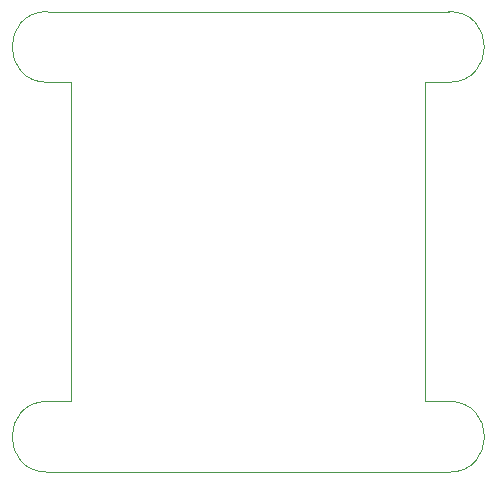
<source format=gbr>
%TF.GenerationSoftware,KiCad,Pcbnew,(5.1.10)-1*%
%TF.CreationDate,2021-10-19T03:26:11-04:00*%
%TF.ProjectId,SharpDisplayPcb,53686172-7044-4697-9370-6c6179506362,rev?*%
%TF.SameCoordinates,Original*%
%TF.FileFunction,Profile,NP*%
%FSLAX46Y46*%
G04 Gerber Fmt 4.6, Leading zero omitted, Abs format (unit mm)*
G04 Created by KiCad (PCBNEW (5.1.10)-1) date 2021-10-19 03:26:11*
%MOMM*%
%LPD*%
G01*
G04 APERTURE LIST*
%TA.AperFunction,Profile*%
%ADD10C,0.050000*%
%TD*%
G04 APERTURE END LIST*
D10*
X124599700Y-100406198D02*
X122593100Y-100406198D01*
X122593100Y-73393302D02*
X122593100Y-100406198D01*
X124587000Y-73393302D02*
X122593100Y-73393302D01*
X90601800Y-67398900D02*
X124587000Y-67398900D01*
X90601800Y-106400602D02*
X124599700Y-106400602D01*
X92595700Y-73393300D02*
X90601800Y-73393302D01*
X92595700Y-100406200D02*
X92595700Y-73393300D01*
X90601800Y-100406200D02*
X92595700Y-100406200D01*
X90601800Y-106400602D02*
G75*
G02*
X90601800Y-100406200I0J2997201D01*
G01*
X90601800Y-73393302D02*
G75*
G02*
X90601800Y-67398900I0J2997201D01*
G01*
X124587000Y-67398900D02*
G75*
G02*
X124587000Y-73393302I0J-2997201D01*
G01*
X124599700Y-100406198D02*
G75*
G02*
X124599700Y-106400600I0J-2997201D01*
G01*
M02*

</source>
